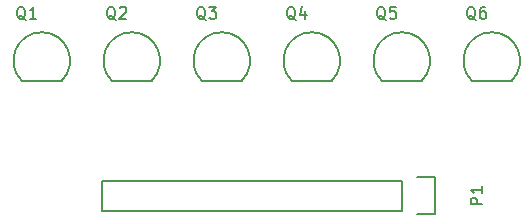
<source format=gbr>
G04 #@! TF.FileFunction,Legend,Top*
%FSLAX46Y46*%
G04 Gerber Fmt 4.6, Leading zero omitted, Abs format (unit mm)*
G04 Created by KiCad (PCBNEW 0.201509111501+6183~30~ubuntu14.04.1-product) date Mon 14 Sep 2015 02:56:09 PM CDT*
%MOMM*%
G01*
G04 APERTURE LIST*
%ADD10C,0.100000*%
%ADD11C,0.150000*%
G04 APERTURE END LIST*
D10*
D11*
X154940000Y-139700000D02*
X129540000Y-139700000D01*
X129540000Y-139700000D02*
X129540000Y-137160000D01*
X129540000Y-137160000D02*
X154940000Y-137160000D01*
X157760000Y-139980000D02*
X156210000Y-139980000D01*
X154940000Y-139700000D02*
X154940000Y-137160000D01*
X156210000Y-136880000D02*
X157760000Y-136880000D01*
X157760000Y-136880000D02*
X157760000Y-139980000D01*
X122760000Y-128700000D02*
X126160000Y-128700000D01*
X122762944Y-128697056D02*
G75*
G02X124460000Y-124600000I1697056J1697056D01*
G01*
X126157056Y-128697056D02*
G75*
G03X124460000Y-124600000I-1697056J1697056D01*
G01*
X160860000Y-128700000D02*
X164260000Y-128700000D01*
X160862944Y-128697056D02*
G75*
G02X162560000Y-124600000I1697056J1697056D01*
G01*
X164257056Y-128697056D02*
G75*
G03X162560000Y-124600000I-1697056J1697056D01*
G01*
X153240000Y-128700000D02*
X156640000Y-128700000D01*
X153242944Y-128697056D02*
G75*
G02X154940000Y-124600000I1697056J1697056D01*
G01*
X156637056Y-128697056D02*
G75*
G03X154940000Y-124600000I-1697056J1697056D01*
G01*
X145620000Y-128700000D02*
X149020000Y-128700000D01*
X145622944Y-128697056D02*
G75*
G02X147320000Y-124600000I1697056J1697056D01*
G01*
X149017056Y-128697056D02*
G75*
G03X147320000Y-124600000I-1697056J1697056D01*
G01*
X138000000Y-128700000D02*
X141400000Y-128700000D01*
X138002944Y-128697056D02*
G75*
G02X139700000Y-124600000I1697056J1697056D01*
G01*
X141397056Y-128697056D02*
G75*
G03X139700000Y-124600000I-1697056J1697056D01*
G01*
X130380000Y-128700000D02*
X133780000Y-128700000D01*
X130382944Y-128697056D02*
G75*
G02X132080000Y-124600000I1697056J1697056D01*
G01*
X133777056Y-128697056D02*
G75*
G03X132080000Y-124600000I-1697056J1697056D01*
G01*
X161762381Y-139168095D02*
X160762381Y-139168095D01*
X160762381Y-138787142D01*
X160810000Y-138691904D01*
X160857619Y-138644285D01*
X160952857Y-138596666D01*
X161095714Y-138596666D01*
X161190952Y-138644285D01*
X161238571Y-138691904D01*
X161286190Y-138787142D01*
X161286190Y-139168095D01*
X161762381Y-137644285D02*
X161762381Y-138215714D01*
X161762381Y-137930000D02*
X160762381Y-137930000D01*
X160905238Y-138025238D01*
X161000476Y-138120476D01*
X161048095Y-138215714D01*
X123094762Y-123547619D02*
X122999524Y-123500000D01*
X122904286Y-123404762D01*
X122761429Y-123261905D01*
X122666190Y-123214286D01*
X122570952Y-123214286D01*
X122618571Y-123452381D02*
X122523333Y-123404762D01*
X122428095Y-123309524D01*
X122380476Y-123119048D01*
X122380476Y-122785714D01*
X122428095Y-122595238D01*
X122523333Y-122500000D01*
X122618571Y-122452381D01*
X122809048Y-122452381D01*
X122904286Y-122500000D01*
X122999524Y-122595238D01*
X123047143Y-122785714D01*
X123047143Y-123119048D01*
X122999524Y-123309524D01*
X122904286Y-123404762D01*
X122809048Y-123452381D01*
X122618571Y-123452381D01*
X123999524Y-123452381D02*
X123428095Y-123452381D01*
X123713809Y-123452381D02*
X123713809Y-122452381D01*
X123618571Y-122595238D01*
X123523333Y-122690476D01*
X123428095Y-122738095D01*
X161194762Y-123547619D02*
X161099524Y-123500000D01*
X161004286Y-123404762D01*
X160861429Y-123261905D01*
X160766190Y-123214286D01*
X160670952Y-123214286D01*
X160718571Y-123452381D02*
X160623333Y-123404762D01*
X160528095Y-123309524D01*
X160480476Y-123119048D01*
X160480476Y-122785714D01*
X160528095Y-122595238D01*
X160623333Y-122500000D01*
X160718571Y-122452381D01*
X160909048Y-122452381D01*
X161004286Y-122500000D01*
X161099524Y-122595238D01*
X161147143Y-122785714D01*
X161147143Y-123119048D01*
X161099524Y-123309524D01*
X161004286Y-123404762D01*
X160909048Y-123452381D01*
X160718571Y-123452381D01*
X162004286Y-122452381D02*
X161813809Y-122452381D01*
X161718571Y-122500000D01*
X161670952Y-122547619D01*
X161575714Y-122690476D01*
X161528095Y-122880952D01*
X161528095Y-123261905D01*
X161575714Y-123357143D01*
X161623333Y-123404762D01*
X161718571Y-123452381D01*
X161909048Y-123452381D01*
X162004286Y-123404762D01*
X162051905Y-123357143D01*
X162099524Y-123261905D01*
X162099524Y-123023810D01*
X162051905Y-122928571D01*
X162004286Y-122880952D01*
X161909048Y-122833333D01*
X161718571Y-122833333D01*
X161623333Y-122880952D01*
X161575714Y-122928571D01*
X161528095Y-123023810D01*
X153574762Y-123547619D02*
X153479524Y-123500000D01*
X153384286Y-123404762D01*
X153241429Y-123261905D01*
X153146190Y-123214286D01*
X153050952Y-123214286D01*
X153098571Y-123452381D02*
X153003333Y-123404762D01*
X152908095Y-123309524D01*
X152860476Y-123119048D01*
X152860476Y-122785714D01*
X152908095Y-122595238D01*
X153003333Y-122500000D01*
X153098571Y-122452381D01*
X153289048Y-122452381D01*
X153384286Y-122500000D01*
X153479524Y-122595238D01*
X153527143Y-122785714D01*
X153527143Y-123119048D01*
X153479524Y-123309524D01*
X153384286Y-123404762D01*
X153289048Y-123452381D01*
X153098571Y-123452381D01*
X154431905Y-122452381D02*
X153955714Y-122452381D01*
X153908095Y-122928571D01*
X153955714Y-122880952D01*
X154050952Y-122833333D01*
X154289048Y-122833333D01*
X154384286Y-122880952D01*
X154431905Y-122928571D01*
X154479524Y-123023810D01*
X154479524Y-123261905D01*
X154431905Y-123357143D01*
X154384286Y-123404762D01*
X154289048Y-123452381D01*
X154050952Y-123452381D01*
X153955714Y-123404762D01*
X153908095Y-123357143D01*
X145954762Y-123547619D02*
X145859524Y-123500000D01*
X145764286Y-123404762D01*
X145621429Y-123261905D01*
X145526190Y-123214286D01*
X145430952Y-123214286D01*
X145478571Y-123452381D02*
X145383333Y-123404762D01*
X145288095Y-123309524D01*
X145240476Y-123119048D01*
X145240476Y-122785714D01*
X145288095Y-122595238D01*
X145383333Y-122500000D01*
X145478571Y-122452381D01*
X145669048Y-122452381D01*
X145764286Y-122500000D01*
X145859524Y-122595238D01*
X145907143Y-122785714D01*
X145907143Y-123119048D01*
X145859524Y-123309524D01*
X145764286Y-123404762D01*
X145669048Y-123452381D01*
X145478571Y-123452381D01*
X146764286Y-122785714D02*
X146764286Y-123452381D01*
X146526190Y-122404762D02*
X146288095Y-123119048D01*
X146907143Y-123119048D01*
X138334762Y-123547619D02*
X138239524Y-123500000D01*
X138144286Y-123404762D01*
X138001429Y-123261905D01*
X137906190Y-123214286D01*
X137810952Y-123214286D01*
X137858571Y-123452381D02*
X137763333Y-123404762D01*
X137668095Y-123309524D01*
X137620476Y-123119048D01*
X137620476Y-122785714D01*
X137668095Y-122595238D01*
X137763333Y-122500000D01*
X137858571Y-122452381D01*
X138049048Y-122452381D01*
X138144286Y-122500000D01*
X138239524Y-122595238D01*
X138287143Y-122785714D01*
X138287143Y-123119048D01*
X138239524Y-123309524D01*
X138144286Y-123404762D01*
X138049048Y-123452381D01*
X137858571Y-123452381D01*
X138620476Y-122452381D02*
X139239524Y-122452381D01*
X138906190Y-122833333D01*
X139049048Y-122833333D01*
X139144286Y-122880952D01*
X139191905Y-122928571D01*
X139239524Y-123023810D01*
X139239524Y-123261905D01*
X139191905Y-123357143D01*
X139144286Y-123404762D01*
X139049048Y-123452381D01*
X138763333Y-123452381D01*
X138668095Y-123404762D01*
X138620476Y-123357143D01*
X130714762Y-123547619D02*
X130619524Y-123500000D01*
X130524286Y-123404762D01*
X130381429Y-123261905D01*
X130286190Y-123214286D01*
X130190952Y-123214286D01*
X130238571Y-123452381D02*
X130143333Y-123404762D01*
X130048095Y-123309524D01*
X130000476Y-123119048D01*
X130000476Y-122785714D01*
X130048095Y-122595238D01*
X130143333Y-122500000D01*
X130238571Y-122452381D01*
X130429048Y-122452381D01*
X130524286Y-122500000D01*
X130619524Y-122595238D01*
X130667143Y-122785714D01*
X130667143Y-123119048D01*
X130619524Y-123309524D01*
X130524286Y-123404762D01*
X130429048Y-123452381D01*
X130238571Y-123452381D01*
X131048095Y-122547619D02*
X131095714Y-122500000D01*
X131190952Y-122452381D01*
X131429048Y-122452381D01*
X131524286Y-122500000D01*
X131571905Y-122547619D01*
X131619524Y-122642857D01*
X131619524Y-122738095D01*
X131571905Y-122880952D01*
X131000476Y-123452381D01*
X131619524Y-123452381D01*
M02*

</source>
